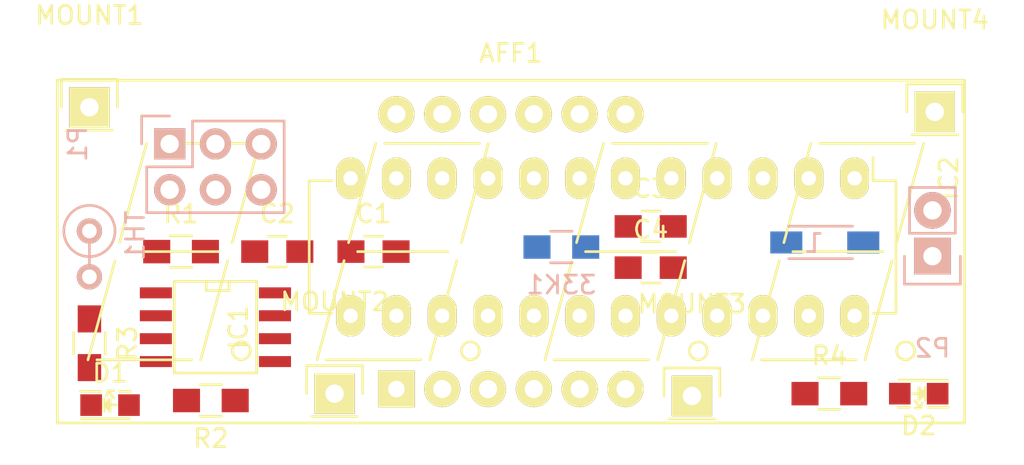
<source format=kicad_pcb>
(kicad_pcb (version 4) (host pcbnew 4.0.2-stable)

  (general
    (links 53)
    (no_connects 53)
    (area 97.936267 55.1636 219.436734 121.434401)
    (thickness 1.6)
    (drawings 0)
    (tracks 0)
    (zones 0)
    (modules 22)
    (nets 30)
  )

  (page A4)
  (layers
    (0 F.Cu signal)
    (31 B.Cu signal)
    (32 B.Adhes user)
    (33 F.Adhes user)
    (34 B.Paste user)
    (35 F.Paste user)
    (36 B.SilkS user)
    (37 F.SilkS user)
    (38 B.Mask user)
    (39 F.Mask user)
    (40 Dwgs.User user)
    (41 Cmts.User user)
    (42 Eco1.User user)
    (43 Eco2.User user)
    (44 Edge.Cuts user)
    (45 Margin user)
    (46 B.CrtYd user)
    (47 F.CrtYd user)
    (48 B.Fab user)
    (49 F.Fab user)
  )

  (setup
    (last_trace_width 0.4064)
    (trace_clearance 0.2286)
    (zone_clearance 0.508)
    (zone_45_only no)
    (trace_min 0.2032)
    (segment_width 0.2)
    (edge_width 0.15)
    (via_size 0.762)
    (via_drill 0.4064)
    (via_min_size 0.4064)
    (via_min_drill 0.3048)
    (uvia_size 0.3048)
    (uvia_drill 0.1)
    (uvias_allowed no)
    (uvia_min_size 0)
    (uvia_min_drill 0)
    (pcb_text_width 0.3)
    (pcb_text_size 1.5 1.5)
    (mod_edge_width 0.15)
    (mod_text_size 1 1)
    (mod_text_width 0.15)
    (pad_size 1.524 1.524)
    (pad_drill 0.762)
    (pad_to_mask_clearance 0.2)
    (aux_axis_origin 0 0)
    (visible_elements FFFFF77F)
    (pcbplotparams
      (layerselection 0x00030_80000001)
      (usegerberextensions false)
      (excludeedgelayer true)
      (linewidth 0.100000)
      (plotframeref false)
      (viasonmask false)
      (mode 1)
      (useauxorigin false)
      (hpglpennumber 1)
      (hpglpenspeed 20)
      (hpglpendiameter 15)
      (hpglpenoverlay 2)
      (psnegative false)
      (psa4output false)
      (plotreference true)
      (plotvalue true)
      (plotinvisibletext false)
      (padsonsilk false)
      (subtractmaskfromsilk false)
      (outputformat 1)
      (mirror false)
      (drillshape 1)
      (scaleselection 1)
      (outputdirectory ""))
  )

  (net 0 "")
  (net 1 "Net-(33K1-Pad1)")
  (net 2 /VCC)
  (net 3 "Net-(AFF1-Pad1)")
  (net 4 "Net-(AFF1-Pad2)")
  (net 5 "Net-(AFF1-Pad3)")
  (net 6 "Net-(AFF1-Pad4)")
  (net 7 "Net-(AFF1-Pad5)")
  (net 8 "Net-(AFF1-Pad6)")
  (net 9 "Net-(AFF1-Pad9)")
  (net 10 "Net-(AFF1-Pad8)")
  (net 11 "Net-(AFF1-Pad12)")
  (net 12 "Net-(AFF1-Pad11)")
  (net 13 "Net-(AFF1-Pad7)")
  (net 14 "Net-(AFF1-Pad10)")
  (net 15 GND)
  (net 16 "Net-(D1-Pad2)")
  (net 17 "Net-(D2-Pad2)")
  (net 18 "Net-(D3-Pad2)")
  (net 19 /SCK)
  (net 20 /MISO)
  (net 21 /MOSI)
  (net 22 /PB4)
  (net 23 /ADC3)
  (net 24 /RESET)
  (net 25 "Net-(IC2-Pad3)")
  (net 26 "Net-(IC2-Pad5)")
  (net 27 "Net-(IC2-Pad8)")
  (net 28 "Net-(IC2-Pad10)")
  (net 29 "Net-(IC2-Pad24)")

  (net_class Default "This is the default net class."
    (clearance 0.2286)
    (trace_width 0.4064)
    (via_dia 0.762)
    (via_drill 0.4064)
    (uvia_dia 0.3048)
    (uvia_drill 0.1)
    (add_net /ADC3)
    (add_net /MISO)
    (add_net /MOSI)
    (add_net /PB4)
    (add_net /RESET)
    (add_net /SCK)
    (add_net /VCC)
    (add_net GND)
    (add_net "Net-(33K1-Pad1)")
    (add_net "Net-(AFF1-Pad1)")
    (add_net "Net-(AFF1-Pad10)")
    (add_net "Net-(AFF1-Pad11)")
    (add_net "Net-(AFF1-Pad12)")
    (add_net "Net-(AFF1-Pad2)")
    (add_net "Net-(AFF1-Pad3)")
    (add_net "Net-(AFF1-Pad4)")
    (add_net "Net-(AFF1-Pad5)")
    (add_net "Net-(AFF1-Pad6)")
    (add_net "Net-(AFF1-Pad7)")
    (add_net "Net-(AFF1-Pad8)")
    (add_net "Net-(AFF1-Pad9)")
    (add_net "Net-(D1-Pad2)")
    (add_net "Net-(D2-Pad2)")
    (add_net "Net-(D3-Pad2)")
    (add_net "Net-(IC2-Pad10)")
    (add_net "Net-(IC2-Pad24)")
    (add_net "Net-(IC2-Pad3)")
    (add_net "Net-(IC2-Pad5)")
    (add_net "Net-(IC2-Pad8)")
  )

  (net_class Wide ""
    (clearance 0.4064)
    (trace_width 0.3048)
    (via_dia 0.762)
    (via_drill 0.4064)
    (uvia_dia 0.3048)
    (uvia_drill 0.1)
  )

  (module Resistors_SMD:R_0805_HandSoldering (layer B.Cu) (tedit 54189DEE) (tstamp 57DA9676)
    (at 159.893 82.042)
    (descr "Resistor SMD 0805, hand soldering")
    (tags "resistor 0805")
    (path /57D7C72B)
    (attr smd)
    (fp_text reference 33K1 (at 0 2.1) (layer B.SilkS)
      (effects (font (size 1 1) (thickness 0.15)) (justify mirror))
    )
    (fp_text value R (at 0 -2.1) (layer B.Fab)
      (effects (font (size 1 1) (thickness 0.15)) (justify mirror))
    )
    (fp_line (start -2.4 1) (end 2.4 1) (layer B.CrtYd) (width 0.05))
    (fp_line (start -2.4 -1) (end 2.4 -1) (layer B.CrtYd) (width 0.05))
    (fp_line (start -2.4 1) (end -2.4 -1) (layer B.CrtYd) (width 0.05))
    (fp_line (start 2.4 1) (end 2.4 -1) (layer B.CrtYd) (width 0.05))
    (fp_line (start 0.6 -0.875) (end -0.6 -0.875) (layer B.SilkS) (width 0.15))
    (fp_line (start -0.6 0.875) (end 0.6 0.875) (layer B.SilkS) (width 0.15))
    (pad 1 smd rect (at -1.35 0) (size 1.5 1.3) (layers B.Cu B.Paste B.Mask)
      (net 1 "Net-(33K1-Pad1)"))
    (pad 2 smd rect (at 1.35 0) (size 1.5 1.3) (layers B.Cu B.Paste B.Mask)
      (net 2 /VCC))
    (model Resistors_SMD.3dshapes/R_0805_HandSoldering.wrl
      (at (xyz 0 0 0))
      (scale (xyz 1 1 1))
      (rotate (xyz 0 0 0))
    )
  )

  (module Displays_7-Segment:Cx56-12 (layer F.Cu) (tedit 557ED01E) (tstamp 57DA96AE)
    (at 150.749 89.916)
    (descr "4x7-segments, 14 mm, Kingbright CA56-12 and CC56-12 displays")
    (tags "7-segments display")
    (path /57D6C499)
    (fp_text reference AFF1 (at 6.35 -18.62) (layer F.SilkS)
      (effects (font (size 1 1) (thickness 0.15)))
    )
    (fp_text value CC56-12 (at 6.35 3.38) (layer F.Fab)
      (effects (font (size 1 1) (thickness 0.15)))
    )
    (fp_line (start 31.75 2.15) (end -19.05 2.15) (layer F.CrtYd) (width 0.05))
    (fp_line (start 31.75 -17.35) (end 31.75 2.15) (layer F.CrtYd) (width 0.05))
    (fp_line (start -19.05 -17.35) (end 31.75 -17.35) (layer F.CrtYd) (width 0.05))
    (fp_line (start -19.05 2.15) (end -19.05 -17.35) (layer F.CrtYd) (width 0.05))
    (fp_line (start 31.5 1.88) (end -18.8 1.88) (layer F.SilkS) (width 0.15))
    (fp_line (start -18.8 1.88) (end -18.8 -17.12) (layer F.SilkS) (width 0.15))
    (fp_line (start -18.8 -17.12) (end 31.5 -17.12) (layer F.SilkS) (width 0.15))
    (fp_line (start 31.5 -17.12) (end 31.5 1.88) (layer F.SilkS) (width 0.15))
    (fp_line (start 21.98 -7.62) (end 26.98 -7.62) (layer F.SilkS) (width 0.15))
    (fp_line (start 20.23 -1.62) (end 25.48 -1.62) (layer F.SilkS) (width 0.15))
    (fp_line (start 27.73 -8.12) (end 29.23 -13.62) (layer F.SilkS) (width 0.15))
    (fp_line (start 25.98 -1.62) (end 27.48 -7.12) (layer F.SilkS) (width 0.15))
    (fp_line (start 21.48 -8.12) (end 22.98 -13.62) (layer F.SilkS) (width 0.15))
    (fp_line (start 19.73 -1.62) (end 21.23 -7.12) (layer F.SilkS) (width 0.15))
    (fp_line (start 23.48 -13.62) (end 28.73 -13.62) (layer F.SilkS) (width 0.15))
    (fp_line (start -14.85 -7.62) (end -9.85 -7.62) (layer F.SilkS) (width 0.15))
    (fp_line (start -16.6 -1.62) (end -11.35 -1.62) (layer F.SilkS) (width 0.15))
    (fp_line (start -9.1 -8.12) (end -7.6 -13.62) (layer F.SilkS) (width 0.15))
    (fp_line (start -10.85 -1.62) (end -9.35 -7.12) (layer F.SilkS) (width 0.15))
    (fp_line (start -15.35 -8.12) (end -13.85 -13.62) (layer F.SilkS) (width 0.15))
    (fp_line (start -17.1 -1.62) (end -15.6 -7.12) (layer F.SilkS) (width 0.15))
    (fp_line (start -13.35 -13.62) (end -8.1 -13.62) (layer F.SilkS) (width 0.15))
    (fp_line (start -0.65 -13.62) (end 4.6 -13.62) (layer F.SilkS) (width 0.15))
    (fp_line (start -4.4 -1.62) (end -2.9 -7.12) (layer F.SilkS) (width 0.15))
    (fp_line (start -2.65 -8.12) (end -1.15 -13.62) (layer F.SilkS) (width 0.15))
    (fp_line (start 1.85 -1.62) (end 3.35 -7.12) (layer F.SilkS) (width 0.15))
    (fp_line (start 3.6 -8.12) (end 5.1 -13.62) (layer F.SilkS) (width 0.15))
    (fp_line (start -3.9 -1.62) (end 1.35 -1.62) (layer F.SilkS) (width 0.15))
    (fp_line (start -2.15 -7.62) (end 2.85 -7.62) (layer F.SilkS) (width 0.15))
    (fp_line (start 16.235 -8.12) (end 17.735 -13.62) (layer F.SilkS) (width 0.15))
    (fp_line (start 11.985 -13.62) (end 17.235 -13.62) (layer F.SilkS) (width 0.15))
    (fp_line (start 9.985 -8.12) (end 11.485 -13.62) (layer F.SilkS) (width 0.15))
    (fp_line (start 10.485 -7.62) (end 15.485 -7.62) (layer F.SilkS) (width 0.15))
    (fp_line (start 8.735 -1.62) (end 13.985 -1.62) (layer F.SilkS) (width 0.15))
    (fp_line (start 8.235 -1.62) (end 9.735 -7.12) (layer F.SilkS) (width 0.15))
    (fp_line (start 14.485 -1.62) (end 15.985 -7.12) (layer F.SilkS) (width 0.15))
    (fp_circle (center 28.23 -2.12) (end 28.23 -1.62) (layer F.SilkS) (width 0.15))
    (fp_circle (center -8.6 -2.12) (end -8.6 -1.62) (layer F.SilkS) (width 0.15))
    (fp_circle (center 16.735 -2.12) (end 16.735 -1.62) (layer F.SilkS) (width 0.15))
    (fp_circle (center 4.1 -2.12) (end 4.1 -1.62) (layer F.SilkS) (width 0.15))
    (pad 1 thru_hole rect (at 0 0) (size 2.032 2.032) (drill 0.9144) (layers *.Cu *.Mask F.SilkS)
      (net 3 "Net-(AFF1-Pad1)"))
    (pad 2 thru_hole circle (at 2.54 0) (size 2 2) (drill 1) (layers *.Cu *.Mask F.SilkS)
      (net 4 "Net-(AFF1-Pad2)"))
    (pad 3 thru_hole circle (at 5.08 0) (size 2 2) (drill 1) (layers *.Cu *.Mask F.SilkS)
      (net 5 "Net-(AFF1-Pad3)"))
    (pad 4 thru_hole circle (at 7.62 0) (size 2 2) (drill 1) (layers *.Cu *.Mask F.SilkS)
      (net 6 "Net-(AFF1-Pad4)"))
    (pad 5 thru_hole circle (at 10.16 0) (size 2 2) (drill 1) (layers *.Cu *.Mask F.SilkS)
      (net 7 "Net-(AFF1-Pad5)"))
    (pad 6 thru_hole circle (at 12.7 0) (size 2 2) (drill 1) (layers *.Cu *.Mask F.SilkS)
      (net 8 "Net-(AFF1-Pad6)"))
    (pad 9 thru_hole circle (at 7.62 -15.24) (size 2 2) (drill 1) (layers *.Cu *.Mask F.SilkS)
      (net 9 "Net-(AFF1-Pad9)"))
    (pad 8 thru_hole circle (at 10.16 -15.24) (size 2 2) (drill 1) (layers *.Cu *.Mask F.SilkS)
      (net 10 "Net-(AFF1-Pad8)"))
    (pad 12 thru_hole circle (at 0 -15.24) (size 2 2) (drill 1) (layers *.Cu *.Mask F.SilkS)
      (net 11 "Net-(AFF1-Pad12)"))
    (pad 11 thru_hole circle (at 2.54 -15.24) (size 2 2) (drill 1) (layers *.Cu *.Mask F.SilkS)
      (net 12 "Net-(AFF1-Pad11)"))
    (pad 7 thru_hole circle (at 12.7 -15.24) (size 2 2) (drill 1) (layers *.Cu *.Mask F.SilkS)
      (net 13 "Net-(AFF1-Pad7)"))
    (pad 10 thru_hole circle (at 5.08 -15.24) (size 2 2) (drill 1) (layers *.Cu *.Mask F.SilkS)
      (net 14 "Net-(AFF1-Pad10)"))
    (model Displays_7-Segment.3dshapes/Cx56-12.wrl
      (at (xyz 0.254 0.3 0.03937))
      (scale (xyz 0.393701 0.393701 0.393701))
      (rotate (xyz 0 0 0))
    )
  )

  (module Capacitors_SMD:C_0805_HandSoldering (layer F.Cu) (tedit 541A9B8D) (tstamp 57DA96BA)
    (at 149.479 82.296)
    (descr "Capacitor SMD 0805, hand soldering")
    (tags "capacitor 0805")
    (path /57D7E39F)
    (attr smd)
    (fp_text reference C1 (at 0 -2.1) (layer F.SilkS)
      (effects (font (size 1 1) (thickness 0.15)))
    )
    (fp_text value 10uF (at 0 2.1) (layer F.Fab)
      (effects (font (size 1 1) (thickness 0.15)))
    )
    (fp_line (start -2.3 -1) (end 2.3 -1) (layer F.CrtYd) (width 0.05))
    (fp_line (start -2.3 1) (end 2.3 1) (layer F.CrtYd) (width 0.05))
    (fp_line (start -2.3 -1) (end -2.3 1) (layer F.CrtYd) (width 0.05))
    (fp_line (start 2.3 -1) (end 2.3 1) (layer F.CrtYd) (width 0.05))
    (fp_line (start 0.5 -0.85) (end -0.5 -0.85) (layer F.SilkS) (width 0.15))
    (fp_line (start -0.5 0.85) (end 0.5 0.85) (layer F.SilkS) (width 0.15))
    (pad 1 smd rect (at -1.25 0) (size 1.5 1.25) (layers F.Cu F.Paste F.Mask)
      (net 2 /VCC))
    (pad 2 smd rect (at 1.25 0) (size 1.5 1.25) (layers F.Cu F.Paste F.Mask)
      (net 15 GND))
    (model Capacitors_SMD.3dshapes/C_0805_HandSoldering.wrl
      (at (xyz 0 0 0))
      (scale (xyz 1 1 1))
      (rotate (xyz 0 0 0))
    )
  )

  (module Capacitors_SMD:C_0805_HandSoldering (layer F.Cu) (tedit 541A9B8D) (tstamp 57DA96C6)
    (at 144.145 82.296)
    (descr "Capacitor SMD 0805, hand soldering")
    (tags "capacitor 0805")
    (path /57D7E384)
    (attr smd)
    (fp_text reference C2 (at 0 -2.1) (layer F.SilkS)
      (effects (font (size 1 1) (thickness 0.15)))
    )
    (fp_text value 0.1uF (at 0 2.1) (layer F.Fab)
      (effects (font (size 1 1) (thickness 0.15)))
    )
    (fp_line (start -2.3 -1) (end 2.3 -1) (layer F.CrtYd) (width 0.05))
    (fp_line (start -2.3 1) (end 2.3 1) (layer F.CrtYd) (width 0.05))
    (fp_line (start -2.3 -1) (end -2.3 1) (layer F.CrtYd) (width 0.05))
    (fp_line (start 2.3 -1) (end 2.3 1) (layer F.CrtYd) (width 0.05))
    (fp_line (start 0.5 -0.85) (end -0.5 -0.85) (layer F.SilkS) (width 0.15))
    (fp_line (start -0.5 0.85) (end 0.5 0.85) (layer F.SilkS) (width 0.15))
    (pad 1 smd rect (at -1.25 0) (size 1.5 1.25) (layers F.Cu F.Paste F.Mask)
      (net 2 /VCC))
    (pad 2 smd rect (at 1.25 0) (size 1.5 1.25) (layers F.Cu F.Paste F.Mask)
      (net 15 GND))
    (model Capacitors_SMD.3dshapes/C_0805_HandSoldering.wrl
      (at (xyz 0 0 0))
      (scale (xyz 1 1 1))
      (rotate (xyz 0 0 0))
    )
  )

  (module Capacitors_SMD:C_0805_HandSoldering (layer F.Cu) (tedit 541A9B8D) (tstamp 57DA96D2)
    (at 164.846 80.899)
    (descr "Capacitor SMD 0805, hand soldering")
    (tags "capacitor 0805")
    (path /57D82097)
    (attr smd)
    (fp_text reference C3 (at 0 -2.1) (layer F.SilkS)
      (effects (font (size 1 1) (thickness 0.15)))
    )
    (fp_text value 10uF (at 0 2.1) (layer F.Fab)
      (effects (font (size 1 1) (thickness 0.15)))
    )
    (fp_line (start -2.3 -1) (end 2.3 -1) (layer F.CrtYd) (width 0.05))
    (fp_line (start -2.3 1) (end 2.3 1) (layer F.CrtYd) (width 0.05))
    (fp_line (start -2.3 -1) (end -2.3 1) (layer F.CrtYd) (width 0.05))
    (fp_line (start 2.3 -1) (end 2.3 1) (layer F.CrtYd) (width 0.05))
    (fp_line (start 0.5 -0.85) (end -0.5 -0.85) (layer F.SilkS) (width 0.15))
    (fp_line (start -0.5 0.85) (end 0.5 0.85) (layer F.SilkS) (width 0.15))
    (pad 1 smd rect (at -1.25 0) (size 1.5 1.25) (layers F.Cu F.Paste F.Mask)
      (net 2 /VCC))
    (pad 2 smd rect (at 1.25 0) (size 1.5 1.25) (layers F.Cu F.Paste F.Mask)
      (net 15 GND))
    (model Capacitors_SMD.3dshapes/C_0805_HandSoldering.wrl
      (at (xyz 0 0 0))
      (scale (xyz 1 1 1))
      (rotate (xyz 0 0 0))
    )
  )

  (module Capacitors_SMD:C_0805_HandSoldering (layer F.Cu) (tedit 541A9B8D) (tstamp 57DA96DE)
    (at 164.846 83.185)
    (descr "Capacitor SMD 0805, hand soldering")
    (tags "capacitor 0805")
    (path /57D822E7)
    (attr smd)
    (fp_text reference C4 (at 0 -2.1) (layer F.SilkS)
      (effects (font (size 1 1) (thickness 0.15)))
    )
    (fp_text value 0.1uF (at 0 2.1) (layer F.Fab)
      (effects (font (size 1 1) (thickness 0.15)))
    )
    (fp_line (start -2.3 -1) (end 2.3 -1) (layer F.CrtYd) (width 0.05))
    (fp_line (start -2.3 1) (end 2.3 1) (layer F.CrtYd) (width 0.05))
    (fp_line (start -2.3 -1) (end -2.3 1) (layer F.CrtYd) (width 0.05))
    (fp_line (start 2.3 -1) (end 2.3 1) (layer F.CrtYd) (width 0.05))
    (fp_line (start 0.5 -0.85) (end -0.5 -0.85) (layer F.SilkS) (width 0.15))
    (fp_line (start -0.5 0.85) (end 0.5 0.85) (layer F.SilkS) (width 0.15))
    (pad 1 smd rect (at -1.25 0) (size 1.5 1.25) (layers F.Cu F.Paste F.Mask)
      (net 2 /VCC))
    (pad 2 smd rect (at 1.25 0) (size 1.5 1.25) (layers F.Cu F.Paste F.Mask)
      (net 15 GND))
    (model Capacitors_SMD.3dshapes/C_0805_HandSoldering.wrl
      (at (xyz 0 0 0))
      (scale (xyz 1 1 1))
      (rotate (xyz 0 0 0))
    )
  )

  (module theapi_footprints:LED_0805 (layer F.Cu) (tedit 56F7E778) (tstamp 57DA96F5)
    (at 134.874 90.805)
    (descr "LED 0805 smd package")
    (tags "LED 0805 SMD")
    (path /57D7E38D)
    (attr smd)
    (fp_text reference D1 (at 0 -1.778) (layer F.SilkS)
      (effects (font (size 1 1) (thickness 0.15)))
    )
    (fp_text value Led (at 0 1.75) (layer F.Fab)
      (effects (font (size 1 1) (thickness 0.15)))
    )
    (fp_line (start -1.651 -0.762) (end -0.508 -0.762) (layer F.SilkS) (width 0.15))
    (fp_line (start 1.143 -0.762) (end 0.508 -0.762) (layer F.SilkS) (width 0.15))
    (fp_line (start -0.1 -0.8) (end 0.2 -0.8) (layer F.SilkS) (width 0.15))
    (fp_line (start 0.2 -0.4) (end -0.1 -0.8) (layer F.SilkS) (width 0.15))
    (fp_line (start -0.1 -0.8) (end -0.2 -0.5) (layer F.SilkS) (width 0.15))
    (fp_line (start -1.6 0.75) (end 1.1 0.75) (layer F.SilkS) (width 0.15))
    (fp_line (start -0.1 0.15) (end -0.1 -0.1) (layer F.SilkS) (width 0.15))
    (fp_line (start -0.1 -0.1) (end -0.25 0.05) (layer F.SilkS) (width 0.15))
    (fp_line (start -0.35 -0.35) (end -0.35 0.35) (layer F.SilkS) (width 0.15))
    (fp_line (start 0 0) (end 0.35 0) (layer F.SilkS) (width 0.15))
    (fp_line (start -0.35 0) (end 0 -0.35) (layer F.SilkS) (width 0.15))
    (fp_line (start 0 -0.35) (end 0 0.35) (layer F.SilkS) (width 0.15))
    (fp_line (start 0 0.35) (end -0.35 0) (layer F.SilkS) (width 0.15))
    (fp_line (start 1.9 -0.95) (end 1.9 0.95) (layer F.CrtYd) (width 0.05))
    (fp_line (start 1.9 0.95) (end -1.9 0.95) (layer F.CrtYd) (width 0.05))
    (fp_line (start -1.9 0.95) (end -1.9 -0.95) (layer F.CrtYd) (width 0.05))
    (fp_line (start -1.9 -0.95) (end 1.9 -0.95) (layer F.CrtYd) (width 0.05))
    (pad 2 smd rect (at 1.04902 0 180) (size 1.19888 1.19888) (layers F.Cu F.Paste F.Mask)
      (net 16 "Net-(D1-Pad2)"))
    (pad 1 smd rect (at -1.04902 0 180) (size 1.19888 1.19888) (layers F.Cu F.Paste F.Mask)
      (net 15 GND))
    (model LEDs.3dshapes/LED_0805.wrl
      (at (xyz 0 0 0))
      (scale (xyz 1 1 1))
      (rotate (xyz 0 0 0))
    )
  )

  (module theapi_footprints:LED_0805 (layer F.Cu) (tedit 56F7E778) (tstamp 57DA970C)
    (at 179.705 90.17 180)
    (descr "LED 0805 smd package")
    (tags "LED 0805 SMD")
    (path /57D69603)
    (attr smd)
    (fp_text reference D2 (at 0 -1.778 180) (layer F.SilkS)
      (effects (font (size 1 1) (thickness 0.15)))
    )
    (fp_text value LED (at 0 1.75 180) (layer F.Fab)
      (effects (font (size 1 1) (thickness 0.15)))
    )
    (fp_line (start -1.651 -0.762) (end -0.508 -0.762) (layer F.SilkS) (width 0.15))
    (fp_line (start 1.143 -0.762) (end 0.508 -0.762) (layer F.SilkS) (width 0.15))
    (fp_line (start -0.1 -0.8) (end 0.2 -0.8) (layer F.SilkS) (width 0.15))
    (fp_line (start 0.2 -0.4) (end -0.1 -0.8) (layer F.SilkS) (width 0.15))
    (fp_line (start -0.1 -0.8) (end -0.2 -0.5) (layer F.SilkS) (width 0.15))
    (fp_line (start -1.6 0.75) (end 1.1 0.75) (layer F.SilkS) (width 0.15))
    (fp_line (start -0.1 0.15) (end -0.1 -0.1) (layer F.SilkS) (width 0.15))
    (fp_line (start -0.1 -0.1) (end -0.25 0.05) (layer F.SilkS) (width 0.15))
    (fp_line (start -0.35 -0.35) (end -0.35 0.35) (layer F.SilkS) (width 0.15))
    (fp_line (start 0 0) (end 0.35 0) (layer F.SilkS) (width 0.15))
    (fp_line (start -0.35 0) (end 0 -0.35) (layer F.SilkS) (width 0.15))
    (fp_line (start 0 -0.35) (end 0 0.35) (layer F.SilkS) (width 0.15))
    (fp_line (start 0 0.35) (end -0.35 0) (layer F.SilkS) (width 0.15))
    (fp_line (start 1.9 -0.95) (end 1.9 0.95) (layer F.CrtYd) (width 0.05))
    (fp_line (start 1.9 0.95) (end -1.9 0.95) (layer F.CrtYd) (width 0.05))
    (fp_line (start -1.9 0.95) (end -1.9 -0.95) (layer F.CrtYd) (width 0.05))
    (fp_line (start -1.9 -0.95) (end 1.9 -0.95) (layer F.CrtYd) (width 0.05))
    (pad 2 smd rect (at 1.04902 0) (size 1.19888 1.19888) (layers F.Cu F.Paste F.Mask)
      (net 17 "Net-(D2-Pad2)"))
    (pad 1 smd rect (at -1.04902 0) (size 1.19888 1.19888) (layers F.Cu F.Paste F.Mask)
      (net 15 GND))
    (model LEDs.3dshapes/LED_0805.wrl
      (at (xyz 0 0 0))
      (scale (xyz 1 1 1))
      (rotate (xyz 0 0 0))
    )
  )

  (module theapi_footprints:SOD-123-Schottky (layer B.Cu) (tedit 57266E74) (tstamp 57DA971B)
    (at 174.498 81.788)
    (descr SOD-123)
    (tags SOD-123)
    (path /57D7FB93)
    (attr smd)
    (fp_text reference D3 (at -0.152 -1.841) (layer B.SilkS) hide
      (effects (font (size 1 1) (thickness 0.15)) (justify mirror))
    )
    (fp_text value D_Schottky (at 0 -2.1) (layer B.Fab) hide
      (effects (font (size 1 1) (thickness 0.15)) (justify mirror))
    )
    (fp_line (start -0.554 0.5) (end -0.954 0.5) (layer B.SilkS) (width 0.15))
    (fp_line (start -0.554 -0.5) (end -0.254 -0.5) (layer B.SilkS) (width 0.15))
    (fp_line (start -0.5715 0.508) (end -0.5715 -0.508) (layer B.SilkS) (width 0.15))
    (fp_line (start -2.25 1.05) (end 2.25 1.05) (layer B.CrtYd) (width 0.05))
    (fp_line (start 3.4692 1.05) (end 3.4692 -1.05) (layer B.CrtYd) (width 0.05))
    (fp_line (start 2.25 -1.05) (end -2.25 -1.05) (layer B.CrtYd) (width 0.05))
    (fp_line (start -3.4692 1.05) (end -3.4692 -1.05) (layer B.CrtYd) (width 0.05))
    (fp_line (start -2 -0.9) (end 1.54 -0.9) (layer B.SilkS) (width 0.15))
    (fp_line (start -2 0.9) (end 1.54 0.9) (layer B.SilkS) (width 0.15))
    (pad 1 smd rect (at -2.1336 0) (size 1.778 1.2192) (layers B.Cu B.Paste B.Mask)
      (net 2 /VCC))
    (pad 2 smd rect (at 2.1336 0) (size 1.778 1.2192) (layers B.Cu B.Paste B.Mask)
      (net 18 "Net-(D3-Pad2)"))
  )

  (module theapi_footprints:SOIC-8-N-handsolder (layer F.Cu) (tedit 5726735B) (tstamp 57DA972E)
    (at 140.716 86.487 270)
    (descr "Module Narrow CMS SOJ 8 pins large")
    (tags "CMS SOJ")
    (path /57D7E386)
    (attr smd)
    (fp_text reference IC1 (at 0 -1.27 270) (layer F.SilkS)
      (effects (font (size 1 1) (thickness 0.15)))
    )
    (fp_text value ATTINY85 (at 0.0254 5.08 270) (layer F.Fab)
      (effects (font (size 1 1) (thickness 0.15)))
    )
    (fp_line (start -2.54 -2.286) (end 2.54 -2.286) (layer F.SilkS) (width 0.15))
    (fp_line (start 2.54 -2.286) (end 2.54 2.286) (layer F.SilkS) (width 0.15))
    (fp_line (start 2.54 2.286) (end -2.54 2.286) (layer F.SilkS) (width 0.15))
    (fp_line (start -2.54 2.286) (end -2.54 -2.286) (layer F.SilkS) (width 0.15))
    (fp_line (start -2.54 -0.762) (end -2.032 -0.762) (layer F.SilkS) (width 0.15))
    (fp_line (start -2.032 -0.762) (end -2.032 0.508) (layer F.SilkS) (width 0.15))
    (fp_line (start -2.032 0.508) (end -2.54 0.508) (layer F.SilkS) (width 0.15))
    (pad 8 smd rect (at -1.905 -3.302 270) (size 0.6096 1.778) (layers F.Cu F.Paste F.Mask)
      (net 2 /VCC))
    (pad 7 smd rect (at -0.635 -3.302 270) (size 0.6096 1.778) (layers F.Cu F.Paste F.Mask)
      (net 19 /SCK))
    (pad 6 smd rect (at 0.635 -3.302 270) (size 0.6096 1.778) (layers F.Cu F.Paste F.Mask)
      (net 20 /MISO))
    (pad 5 smd rect (at 1.905 -3.302 270) (size 0.6096 1.778) (layers F.Cu F.Paste F.Mask)
      (net 21 /MOSI))
    (pad 4 smd rect (at 1.905 3.302 270) (size 0.6096 1.778) (layers F.Cu F.Paste F.Mask)
      (net 15 GND))
    (pad 3 smd rect (at 0.635 3.302 270) (size 0.6096 1.778) (layers F.Cu F.Paste F.Mask)
      (net 22 /PB4))
    (pad 2 smd rect (at -0.635 3.302 270) (size 0.6096 1.778) (layers F.Cu F.Paste F.Mask)
      (net 23 /ADC3))
    (pad 1 smd rect (at -1.905 3.302 270) (size 0.6096 1.778) (layers F.Cu F.Paste F.Mask)
      (net 24 /RESET))
    (model SMD_Packages.3dshapes/SOIC-8-N.wrl
      (at (xyz 0 0 0))
      (scale (xyz 0.5 0.38 0.5))
      (rotate (xyz 0 0 0))
    )
  )

  (module Pin_Headers:Pin_Header_Straight_1x01 (layer F.Cu) (tedit 54EA08DC) (tstamp 57DA9762)
    (at 133.731 74.295)
    (descr "Through hole pin header")
    (tags "pin header")
    (path /57D7E392)
    (fp_text reference MOUNT1 (at 0 -5.1) (layer F.SilkS)
      (effects (font (size 1 1) (thickness 0.15)))
    )
    (fp_text value CONN_01X01 (at 0 -3.1) (layer F.Fab)
      (effects (font (size 1 1) (thickness 0.15)))
    )
    (fp_line (start 1.55 -1.55) (end 1.55 0) (layer F.SilkS) (width 0.15))
    (fp_line (start -1.75 -1.75) (end -1.75 1.75) (layer F.CrtYd) (width 0.05))
    (fp_line (start 1.75 -1.75) (end 1.75 1.75) (layer F.CrtYd) (width 0.05))
    (fp_line (start -1.75 -1.75) (end 1.75 -1.75) (layer F.CrtYd) (width 0.05))
    (fp_line (start -1.75 1.75) (end 1.75 1.75) (layer F.CrtYd) (width 0.05))
    (fp_line (start -1.55 0) (end -1.55 -1.55) (layer F.SilkS) (width 0.15))
    (fp_line (start -1.55 -1.55) (end 1.55 -1.55) (layer F.SilkS) (width 0.15))
    (fp_line (start -1.27 1.27) (end 1.27 1.27) (layer F.SilkS) (width 0.15))
    (pad 1 thru_hole rect (at 0 0) (size 2.2352 2.2352) (drill 1.016) (layers *.Cu *.Mask F.SilkS)
      (net 15 GND))
    (model Pin_Headers.3dshapes/Pin_Header_Straight_1x01.wrl
      (at (xyz 0 0 0))
      (scale (xyz 1 1 1))
      (rotate (xyz 0 0 90))
    )
  )

  (module Pin_Headers:Pin_Header_Straight_1x01 (layer F.Cu) (tedit 54EA08DC) (tstamp 57DA976F)
    (at 147.32 90.17)
    (descr "Through hole pin header")
    (tags "pin header")
    (path /57D7E398)
    (fp_text reference MOUNT2 (at 0 -5.1) (layer F.SilkS)
      (effects (font (size 1 1) (thickness 0.15)))
    )
    (fp_text value CONN_01X01 (at 0 -3.1) (layer F.Fab)
      (effects (font (size 1 1) (thickness 0.15)))
    )
    (fp_line (start 1.55 -1.55) (end 1.55 0) (layer F.SilkS) (width 0.15))
    (fp_line (start -1.75 -1.75) (end -1.75 1.75) (layer F.CrtYd) (width 0.05))
    (fp_line (start 1.75 -1.75) (end 1.75 1.75) (layer F.CrtYd) (width 0.05))
    (fp_line (start -1.75 -1.75) (end 1.75 -1.75) (layer F.CrtYd) (width 0.05))
    (fp_line (start -1.75 1.75) (end 1.75 1.75) (layer F.CrtYd) (width 0.05))
    (fp_line (start -1.55 0) (end -1.55 -1.55) (layer F.SilkS) (width 0.15))
    (fp_line (start -1.55 -1.55) (end 1.55 -1.55) (layer F.SilkS) (width 0.15))
    (fp_line (start -1.27 1.27) (end 1.27 1.27) (layer F.SilkS) (width 0.15))
    (pad 1 thru_hole rect (at 0 0) (size 2.2352 2.2352) (drill 1.016) (layers *.Cu *.Mask F.SilkS)
      (net 15 GND))
    (model Pin_Headers.3dshapes/Pin_Header_Straight_1x01.wrl
      (at (xyz 0 0 0))
      (scale (xyz 1 1 1))
      (rotate (xyz 0 0 90))
    )
  )

  (module Pin_Headers:Pin_Header_Straight_1x01 (layer F.Cu) (tedit 54EA08DC) (tstamp 57DA977C)
    (at 167.132 90.297)
    (descr "Through hole pin header")
    (tags "pin header")
    (path /57D7E393)
    (fp_text reference MOUNT3 (at 0 -5.1) (layer F.SilkS)
      (effects (font (size 1 1) (thickness 0.15)))
    )
    (fp_text value CONN_01X01 (at 0 -3.1) (layer F.Fab)
      (effects (font (size 1 1) (thickness 0.15)))
    )
    (fp_line (start 1.55 -1.55) (end 1.55 0) (layer F.SilkS) (width 0.15))
    (fp_line (start -1.75 -1.75) (end -1.75 1.75) (layer F.CrtYd) (width 0.05))
    (fp_line (start 1.75 -1.75) (end 1.75 1.75) (layer F.CrtYd) (width 0.05))
    (fp_line (start -1.75 -1.75) (end 1.75 -1.75) (layer F.CrtYd) (width 0.05))
    (fp_line (start -1.75 1.75) (end 1.75 1.75) (layer F.CrtYd) (width 0.05))
    (fp_line (start -1.55 0) (end -1.55 -1.55) (layer F.SilkS) (width 0.15))
    (fp_line (start -1.55 -1.55) (end 1.55 -1.55) (layer F.SilkS) (width 0.15))
    (fp_line (start -1.27 1.27) (end 1.27 1.27) (layer F.SilkS) (width 0.15))
    (pad 1 thru_hole rect (at 0 0) (size 2.2352 2.2352) (drill 1.016) (layers *.Cu *.Mask F.SilkS)
      (net 15 GND))
    (model Pin_Headers.3dshapes/Pin_Header_Straight_1x01.wrl
      (at (xyz 0 0 0))
      (scale (xyz 1 1 1))
      (rotate (xyz 0 0 90))
    )
  )

  (module Pin_Headers:Pin_Header_Straight_1x01 (layer F.Cu) (tedit 54EA08DC) (tstamp 57DA9789)
    (at 180.594 74.549)
    (descr "Through hole pin header")
    (tags "pin header")
    (path /57D7E399)
    (fp_text reference MOUNT4 (at 0 -5.1) (layer F.SilkS)
      (effects (font (size 1 1) (thickness 0.15)))
    )
    (fp_text value CONN_01X01 (at 0 -3.1) (layer F.Fab)
      (effects (font (size 1 1) (thickness 0.15)))
    )
    (fp_line (start 1.55 -1.55) (end 1.55 0) (layer F.SilkS) (width 0.15))
    (fp_line (start -1.75 -1.75) (end -1.75 1.75) (layer F.CrtYd) (width 0.05))
    (fp_line (start 1.75 -1.75) (end 1.75 1.75) (layer F.CrtYd) (width 0.05))
    (fp_line (start -1.75 -1.75) (end 1.75 -1.75) (layer F.CrtYd) (width 0.05))
    (fp_line (start -1.75 1.75) (end 1.75 1.75) (layer F.CrtYd) (width 0.05))
    (fp_line (start -1.55 0) (end -1.55 -1.55) (layer F.SilkS) (width 0.15))
    (fp_line (start -1.55 -1.55) (end 1.55 -1.55) (layer F.SilkS) (width 0.15))
    (fp_line (start -1.27 1.27) (end 1.27 1.27) (layer F.SilkS) (width 0.15))
    (pad 1 thru_hole rect (at 0 0) (size 2.2352 2.2352) (drill 1.016) (layers *.Cu *.Mask F.SilkS)
      (net 15 GND))
    (model Pin_Headers.3dshapes/Pin_Header_Straight_1x01.wrl
      (at (xyz 0 0 0))
      (scale (xyz 1 1 1))
      (rotate (xyz 0 0 90))
    )
  )

  (module Pin_Headers:Pin_Header_Straight_2x03 (layer B.Cu) (tedit 54EA0A4B) (tstamp 57DA97A0)
    (at 138.176 76.327 270)
    (descr "Through hole pin header")
    (tags "pin header")
    (path /57D7E388)
    (fp_text reference P1 (at 0 5.1 270) (layer B.SilkS)
      (effects (font (size 1 1) (thickness 0.15)) (justify mirror))
    )
    (fp_text value ICSP (at 0 3.1 270) (layer B.Fab)
      (effects (font (size 1 1) (thickness 0.15)) (justify mirror))
    )
    (fp_line (start -1.27 -1.27) (end -1.27 -6.35) (layer B.SilkS) (width 0.15))
    (fp_line (start -1.55 1.55) (end 0 1.55) (layer B.SilkS) (width 0.15))
    (fp_line (start -1.75 1.75) (end -1.75 -6.85) (layer B.CrtYd) (width 0.05))
    (fp_line (start 4.3 1.75) (end 4.3 -6.85) (layer B.CrtYd) (width 0.05))
    (fp_line (start -1.75 1.75) (end 4.3 1.75) (layer B.CrtYd) (width 0.05))
    (fp_line (start -1.75 -6.85) (end 4.3 -6.85) (layer B.CrtYd) (width 0.05))
    (fp_line (start 1.27 1.27) (end 1.27 -1.27) (layer B.SilkS) (width 0.15))
    (fp_line (start 1.27 -1.27) (end -1.27 -1.27) (layer B.SilkS) (width 0.15))
    (fp_line (start -1.27 -6.35) (end 3.81 -6.35) (layer B.SilkS) (width 0.15))
    (fp_line (start 3.81 -6.35) (end 3.81 -1.27) (layer B.SilkS) (width 0.15))
    (fp_line (start -1.55 1.55) (end -1.55 0) (layer B.SilkS) (width 0.15))
    (fp_line (start 3.81 1.27) (end 1.27 1.27) (layer B.SilkS) (width 0.15))
    (fp_line (start 3.81 -1.27) (end 3.81 1.27) (layer B.SilkS) (width 0.15))
    (pad 1 thru_hole rect (at 0 0 270) (size 1.7272 1.7272) (drill 1.016) (layers *.Cu *.Mask B.SilkS)
      (net 20 /MISO))
    (pad 2 thru_hole oval (at 2.54 0 270) (size 1.7272 1.7272) (drill 1.016) (layers *.Cu *.Mask B.SilkS)
      (net 2 /VCC))
    (pad 3 thru_hole oval (at 0 -2.54 270) (size 1.7272 1.7272) (drill 1.016) (layers *.Cu *.Mask B.SilkS)
      (net 19 /SCK))
    (pad 4 thru_hole oval (at 2.54 -2.54 270) (size 1.7272 1.7272) (drill 1.016) (layers *.Cu *.Mask B.SilkS)
      (net 21 /MOSI))
    (pad 5 thru_hole oval (at 0 -5.08 270) (size 1.7272 1.7272) (drill 1.016) (layers *.Cu *.Mask B.SilkS)
      (net 24 /RESET))
    (pad 6 thru_hole oval (at 2.54 -5.08 270) (size 1.7272 1.7272) (drill 1.016) (layers *.Cu *.Mask B.SilkS)
      (net 15 GND))
    (model Pin_Headers.3dshapes/Pin_Header_Straight_2x03.wrl
      (at (xyz 0.05 -0.1 0))
      (scale (xyz 1 1 1))
      (rotate (xyz 0 0 90))
    )
  )

  (module Pin_Headers:Pin_Header_Straight_1x02 (layer B.Cu) (tedit 54EA090C) (tstamp 57DA97B1)
    (at 180.467 82.55)
    (descr "Through hole pin header")
    (tags "pin header")
    (path /57D7E391)
    (fp_text reference P2 (at 0 5.1) (layer B.SilkS)
      (effects (font (size 1 1) (thickness 0.15)) (justify mirror))
    )
    (fp_text value 5V (at 0 3.1) (layer B.Fab)
      (effects (font (size 1 1) (thickness 0.15)) (justify mirror))
    )
    (fp_line (start 1.27 -1.27) (end 1.27 -3.81) (layer B.SilkS) (width 0.15))
    (fp_line (start 1.55 1.55) (end 1.55 0) (layer B.SilkS) (width 0.15))
    (fp_line (start -1.75 1.75) (end -1.75 -4.3) (layer B.CrtYd) (width 0.05))
    (fp_line (start 1.75 1.75) (end 1.75 -4.3) (layer B.CrtYd) (width 0.05))
    (fp_line (start -1.75 1.75) (end 1.75 1.75) (layer B.CrtYd) (width 0.05))
    (fp_line (start -1.75 -4.3) (end 1.75 -4.3) (layer B.CrtYd) (width 0.05))
    (fp_line (start 1.27 -1.27) (end -1.27 -1.27) (layer B.SilkS) (width 0.15))
    (fp_line (start -1.55 0) (end -1.55 1.55) (layer B.SilkS) (width 0.15))
    (fp_line (start -1.55 1.55) (end 1.55 1.55) (layer B.SilkS) (width 0.15))
    (fp_line (start -1.27 -1.27) (end -1.27 -3.81) (layer B.SilkS) (width 0.15))
    (fp_line (start -1.27 -3.81) (end 1.27 -3.81) (layer B.SilkS) (width 0.15))
    (pad 1 thru_hole rect (at 0 0) (size 2.032 2.032) (drill 1.016) (layers *.Cu *.Mask B.SilkS)
      (net 15 GND))
    (pad 2 thru_hole oval (at 0 -2.54) (size 2.032 2.032) (drill 1.016) (layers *.Cu *.Mask B.SilkS)
      (net 18 "Net-(D3-Pad2)"))
    (model Pin_Headers.3dshapes/Pin_Header_Straight_1x02.wrl
      (at (xyz 0 -0.05 0))
      (scale (xyz 1 1 1))
      (rotate (xyz 0 0 90))
    )
  )

  (module Resistors_SMD:R_0805_HandSoldering (layer F.Cu) (tedit 54189DEE) (tstamp 57DA97BD)
    (at 138.811 82.296)
    (descr "Resistor SMD 0805, hand soldering")
    (tags "resistor 0805")
    (path /57D7E383)
    (attr smd)
    (fp_text reference R1 (at 0 -2.1) (layer F.SilkS)
      (effects (font (size 1 1) (thickness 0.15)))
    )
    (fp_text value 10K (at 0 2.1) (layer F.Fab)
      (effects (font (size 1 1) (thickness 0.15)))
    )
    (fp_line (start -2.4 -1) (end 2.4 -1) (layer F.CrtYd) (width 0.05))
    (fp_line (start -2.4 1) (end 2.4 1) (layer F.CrtYd) (width 0.05))
    (fp_line (start -2.4 -1) (end -2.4 1) (layer F.CrtYd) (width 0.05))
    (fp_line (start 2.4 -1) (end 2.4 1) (layer F.CrtYd) (width 0.05))
    (fp_line (start 0.6 0.875) (end -0.6 0.875) (layer F.SilkS) (width 0.15))
    (fp_line (start -0.6 -0.875) (end 0.6 -0.875) (layer F.SilkS) (width 0.15))
    (pad 1 smd rect (at -1.35 0) (size 1.5 1.3) (layers F.Cu F.Paste F.Mask)
      (net 24 /RESET))
    (pad 2 smd rect (at 1.35 0) (size 1.5 1.3) (layers F.Cu F.Paste F.Mask)
      (net 2 /VCC))
    (model Resistors_SMD.3dshapes/R_0805_HandSoldering.wrl
      (at (xyz 0 0 0))
      (scale (xyz 1 1 1))
      (rotate (xyz 0 0 0))
    )
  )

  (module Resistors_SMD:R_0805_HandSoldering (layer F.Cu) (tedit 54189DEE) (tstamp 57DA97C9)
    (at 140.462 90.551 180)
    (descr "Resistor SMD 0805, hand soldering")
    (tags "resistor 0805")
    (path /57D7E38C)
    (attr smd)
    (fp_text reference R2 (at 0 -2.1 180) (layer F.SilkS)
      (effects (font (size 1 1) (thickness 0.15)))
    )
    (fp_text value 820 (at 0 2.1 180) (layer F.Fab)
      (effects (font (size 1 1) (thickness 0.15)))
    )
    (fp_line (start -2.4 -1) (end 2.4 -1) (layer F.CrtYd) (width 0.05))
    (fp_line (start -2.4 1) (end 2.4 1) (layer F.CrtYd) (width 0.05))
    (fp_line (start -2.4 -1) (end -2.4 1) (layer F.CrtYd) (width 0.05))
    (fp_line (start 2.4 -1) (end 2.4 1) (layer F.CrtYd) (width 0.05))
    (fp_line (start 0.6 0.875) (end -0.6 0.875) (layer F.SilkS) (width 0.15))
    (fp_line (start -0.6 -0.875) (end 0.6 -0.875) (layer F.SilkS) (width 0.15))
    (pad 1 smd rect (at -1.35 0 180) (size 1.5 1.3) (layers F.Cu F.Paste F.Mask)
      (net 20 /MISO))
    (pad 2 smd rect (at 1.35 0 180) (size 1.5 1.3) (layers F.Cu F.Paste F.Mask)
      (net 16 "Net-(D1-Pad2)"))
    (model Resistors_SMD.3dshapes/R_0805_HandSoldering.wrl
      (at (xyz 0 0 0))
      (scale (xyz 1 1 1))
      (rotate (xyz 0 0 0))
    )
  )

  (module Resistors_SMD:R_0805_HandSoldering (layer F.Cu) (tedit 54189DEE) (tstamp 57DA97D5)
    (at 133.731 87.376 270)
    (descr "Resistor SMD 0805, hand soldering")
    (tags "resistor 0805")
    (path /57D698E5)
    (attr smd)
    (fp_text reference R3 (at 0 -2.1 270) (layer F.SilkS)
      (effects (font (size 1 1) (thickness 0.15)))
    )
    (fp_text value R (at 0 2.1 270) (layer F.Fab)
      (effects (font (size 1 1) (thickness 0.15)))
    )
    (fp_line (start -2.4 -1) (end 2.4 -1) (layer F.CrtYd) (width 0.05))
    (fp_line (start -2.4 1) (end 2.4 1) (layer F.CrtYd) (width 0.05))
    (fp_line (start -2.4 -1) (end -2.4 1) (layer F.CrtYd) (width 0.05))
    (fp_line (start 2.4 -1) (end 2.4 1) (layer F.CrtYd) (width 0.05))
    (fp_line (start 0.6 0.875) (end -0.6 0.875) (layer F.SilkS) (width 0.15))
    (fp_line (start -0.6 -0.875) (end 0.6 -0.875) (layer F.SilkS) (width 0.15))
    (pad 1 smd rect (at -1.35 0 270) (size 1.5 1.3) (layers F.Cu F.Paste F.Mask)
      (net 23 /ADC3))
    (pad 2 smd rect (at 1.35 0 270) (size 1.5 1.3) (layers F.Cu F.Paste F.Mask)
      (net 15 GND))
    (model Resistors_SMD.3dshapes/R_0805_HandSoldering.wrl
      (at (xyz 0 0 0))
      (scale (xyz 1 1 1))
      (rotate (xyz 0 0 0))
    )
  )

  (module Resistors_SMD:R_0805_HandSoldering (layer F.Cu) (tedit 54189DEE) (tstamp 57DA97E1)
    (at 174.752 90.17)
    (descr "Resistor SMD 0805, hand soldering")
    (tags "resistor 0805")
    (path /57D696BE)
    (attr smd)
    (fp_text reference R4 (at 0 -2.1) (layer F.SilkS)
      (effects (font (size 1 1) (thickness 0.15)))
    )
    (fp_text value R (at 0 2.1) (layer F.Fab)
      (effects (font (size 1 1) (thickness 0.15)))
    )
    (fp_line (start -2.4 -1) (end 2.4 -1) (layer F.CrtYd) (width 0.05))
    (fp_line (start -2.4 1) (end 2.4 1) (layer F.CrtYd) (width 0.05))
    (fp_line (start -2.4 -1) (end -2.4 1) (layer F.CrtYd) (width 0.05))
    (fp_line (start 2.4 -1) (end 2.4 1) (layer F.CrtYd) (width 0.05))
    (fp_line (start 0.6 0.875) (end -0.6 0.875) (layer F.SilkS) (width 0.15))
    (fp_line (start -0.6 -0.875) (end 0.6 -0.875) (layer F.SilkS) (width 0.15))
    (pad 1 smd rect (at -1.35 0) (size 1.5 1.3) (layers F.Cu F.Paste F.Mask)
      (net 2 /VCC))
    (pad 2 smd rect (at 1.35 0) (size 1.5 1.3) (layers F.Cu F.Paste F.Mask)
      (net 17 "Net-(D2-Pad2)"))
    (model Resistors_SMD.3dshapes/R_0805_HandSoldering.wrl
      (at (xyz 0 0 0))
      (scale (xyz 1 1 1))
      (rotate (xyz 0 0 0))
    )
  )

  (module Discret:R1 (layer B.Cu) (tedit 0) (tstamp 57DA97E9)
    (at 133.731 82.423 270)
    (descr "Resistance verticale")
    (tags R)
    (path /57D69809)
    (fp_text reference TH1 (at -1.016 -2.54 270) (layer B.SilkS)
      (effects (font (size 1 1) (thickness 0.15)) (justify mirror))
    )
    (fp_text value THERMISTOR (at -1.143 -2.54 270) (layer B.Fab)
      (effects (font (size 1 1) (thickness 0.15)) (justify mirror))
    )
    (fp_line (start -1.27 0) (end 1.27 0) (layer B.SilkS) (width 0.15))
    (fp_circle (center -1.27 0) (end -0.635 -1.27) (layer B.SilkS) (width 0.15))
    (pad 1 thru_hole circle (at -1.27 0 270) (size 1.397 1.397) (drill 0.8128) (layers *.Cu *.Mask B.SilkS)
      (net 2 /VCC))
    (pad 2 thru_hole circle (at 1.27 0 270) (size 1.397 1.397) (drill 0.8128) (layers *.Cu *.Mask B.SilkS)
      (net 23 /ADC3))
    (model Discret.3dshapes/R1.wrl
      (at (xyz 0 0 0))
      (scale (xyz 1 1 1))
      (rotate (xyz 0 0 0))
    )
  )

  (module Housings_DIP:DIP-24_W7.62mm_LongPads (layer F.Cu) (tedit 54130A77) (tstamp 57DA9E96)
    (at 176.149 78.232 270)
    (descr "24-lead dip package, row spacing 7.62 mm (300 mils), longer pads")
    (tags "dil dip 2.54 300")
    (path /57D6BE4D)
    (fp_text reference IC2 (at 0 -5.22 270) (layer F.SilkS)
      (effects (font (size 1 1) (thickness 0.15)))
    )
    (fp_text value MAX7219 (at 0 -3.72 270) (layer F.Fab)
      (effects (font (size 1 1) (thickness 0.15)))
    )
    (fp_line (start -1.4 -2.45) (end -1.4 30.4) (layer F.CrtYd) (width 0.05))
    (fp_line (start 9 -2.45) (end 9 30.4) (layer F.CrtYd) (width 0.05))
    (fp_line (start -1.4 -2.45) (end 9 -2.45) (layer F.CrtYd) (width 0.05))
    (fp_line (start -1.4 30.4) (end 9 30.4) (layer F.CrtYd) (width 0.05))
    (fp_line (start 0.135 -2.295) (end 0.135 -1.025) (layer F.SilkS) (width 0.15))
    (fp_line (start 7.485 -2.295) (end 7.485 -1.025) (layer F.SilkS) (width 0.15))
    (fp_line (start 7.485 30.235) (end 7.485 28.965) (layer F.SilkS) (width 0.15))
    (fp_line (start 0.135 30.235) (end 0.135 28.965) (layer F.SilkS) (width 0.15))
    (fp_line (start 0.135 -2.295) (end 7.485 -2.295) (layer F.SilkS) (width 0.15))
    (fp_line (start 0.135 30.235) (end 7.485 30.235) (layer F.SilkS) (width 0.15))
    (fp_line (start 0.135 -1.025) (end -1.15 -1.025) (layer F.SilkS) (width 0.15))
    (pad 1 thru_hole oval (at 0 0 270) (size 2.3 1.6) (drill 0.8) (layers *.Cu *.Mask F.SilkS)
      (net 21 /MOSI))
    (pad 2 thru_hole oval (at 0 2.54 270) (size 2.3 1.6) (drill 0.8) (layers *.Cu *.Mask F.SilkS)
      (net 11 "Net-(AFF1-Pad12)"))
    (pad 3 thru_hole oval (at 0 5.08 270) (size 2.3 1.6) (drill 0.8) (layers *.Cu *.Mask F.SilkS)
      (net 25 "Net-(IC2-Pad3)"))
    (pad 4 thru_hole oval (at 0 7.62 270) (size 2.3 1.6) (drill 0.8) (layers *.Cu *.Mask F.SilkS)
      (net 15 GND))
    (pad 5 thru_hole oval (at 0 10.16 270) (size 2.3 1.6) (drill 0.8) (layers *.Cu *.Mask F.SilkS)
      (net 26 "Net-(IC2-Pad5)"))
    (pad 6 thru_hole oval (at 0 12.7 270) (size 2.3 1.6) (drill 0.8) (layers *.Cu *.Mask F.SilkS)
      (net 10 "Net-(AFF1-Pad8)"))
    (pad 7 thru_hole oval (at 0 15.24 270) (size 2.3 1.6) (drill 0.8) (layers *.Cu *.Mask F.SilkS)
      (net 8 "Net-(AFF1-Pad6)"))
    (pad 8 thru_hole oval (at 0 17.78 270) (size 2.3 1.6) (drill 0.8) (layers *.Cu *.Mask F.SilkS)
      (net 27 "Net-(IC2-Pad8)"))
    (pad 9 thru_hole oval (at 0 20.32 270) (size 2.3 1.6) (drill 0.8) (layers *.Cu *.Mask F.SilkS)
      (net 15 GND))
    (pad 10 thru_hole oval (at 0 22.86 270) (size 2.3 1.6) (drill 0.8) (layers *.Cu *.Mask F.SilkS)
      (net 28 "Net-(IC2-Pad10)"))
    (pad 11 thru_hole oval (at 0 25.4 270) (size 2.3 1.6) (drill 0.8) (layers *.Cu *.Mask F.SilkS)
      (net 9 "Net-(AFF1-Pad9)"))
    (pad 12 thru_hole oval (at 0 27.94 270) (size 2.3 1.6) (drill 0.8) (layers *.Cu *.Mask F.SilkS)
      (net 22 /PB4))
    (pad 13 thru_hole oval (at 7.62 27.94 270) (size 2.3 1.6) (drill 0.8) (layers *.Cu *.Mask F.SilkS)
      (net 19 /SCK))
    (pad 14 thru_hole oval (at 7.62 25.4 270) (size 2.3 1.6) (drill 0.8) (layers *.Cu *.Mask F.SilkS)
      (net 12 "Net-(AFF1-Pad11)"))
    (pad 15 thru_hole oval (at 7.62 22.86 270) (size 2.3 1.6) (drill 0.8) (layers *.Cu *.Mask F.SilkS)
      (net 14 "Net-(AFF1-Pad10)"))
    (pad 16 thru_hole oval (at 7.62 20.32 270) (size 2.3 1.6) (drill 0.8) (layers *.Cu *.Mask F.SilkS)
      (net 13 "Net-(AFF1-Pad7)"))
    (pad 17 thru_hole oval (at 7.62 17.78 270) (size 2.3 1.6) (drill 0.8) (layers *.Cu *.Mask F.SilkS)
      (net 7 "Net-(AFF1-Pad5)"))
    (pad 18 thru_hole oval (at 7.62 15.24 270) (size 2.3 1.6) (drill 0.8) (layers *.Cu *.Mask F.SilkS)
      (net 1 "Net-(33K1-Pad1)"))
    (pad 19 thru_hole oval (at 7.62 12.7 270) (size 2.3 1.6) (drill 0.8) (layers *.Cu *.Mask F.SilkS)
      (net 2 /VCC))
    (pad 20 thru_hole oval (at 7.62 10.16 270) (size 2.3 1.6) (drill 0.8) (layers *.Cu *.Mask F.SilkS)
      (net 6 "Net-(AFF1-Pad4)"))
    (pad 21 thru_hole oval (at 7.62 7.62 270) (size 2.3 1.6) (drill 0.8) (layers *.Cu *.Mask F.SilkS)
      (net 3 "Net-(AFF1-Pad1)"))
    (pad 22 thru_hole oval (at 7.62 5.08 270) (size 2.3 1.6) (drill 0.8) (layers *.Cu *.Mask F.SilkS)
      (net 5 "Net-(AFF1-Pad3)"))
    (pad 23 thru_hole oval (at 7.62 2.54 270) (size 2.3 1.6) (drill 0.8) (layers *.Cu *.Mask F.SilkS)
      (net 4 "Net-(AFF1-Pad2)"))
    (pad 24 thru_hole oval (at 7.62 0 270) (size 2.3 1.6) (drill 0.8) (layers *.Cu *.Mask F.SilkS)
      (net 29 "Net-(IC2-Pad24)"))
    (model Housings_DIP.3dshapes/DIP-24_W7.62mm_LongPads.wrl
      (at (xyz 0 0 0))
      (scale (xyz 1 1 1))
      (rotate (xyz 0 0 0))
    )
  )

)

</source>
